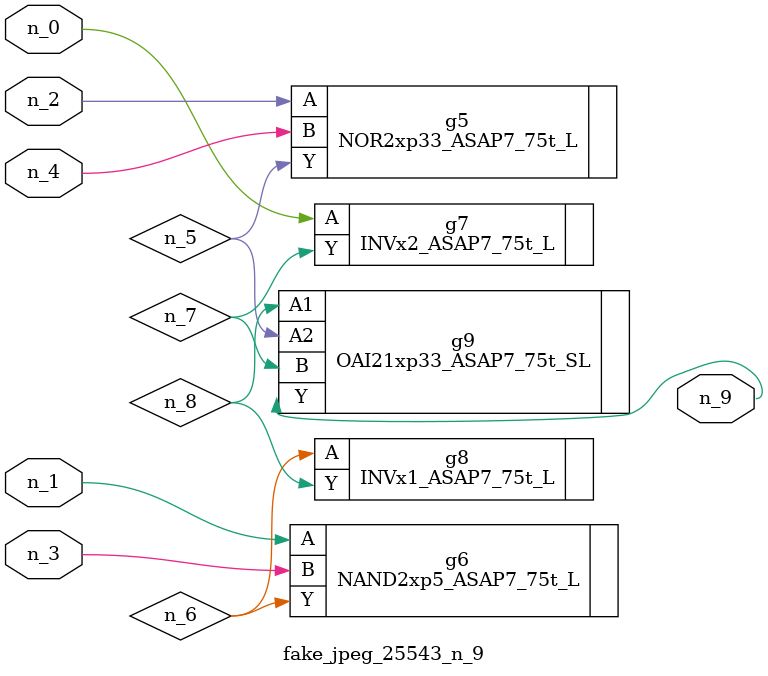
<source format=v>
module fake_jpeg_25543_n_9 (n_3, n_2, n_1, n_0, n_4, n_9);

input n_3;
input n_2;
input n_1;
input n_0;
input n_4;

output n_9;

wire n_8;
wire n_6;
wire n_5;
wire n_7;

NOR2xp33_ASAP7_75t_L g5 ( 
.A(n_2),
.B(n_4),
.Y(n_5)
);

NAND2xp5_ASAP7_75t_L g6 ( 
.A(n_1),
.B(n_3),
.Y(n_6)
);

INVx2_ASAP7_75t_L g7 ( 
.A(n_0),
.Y(n_7)
);

INVx1_ASAP7_75t_L g8 ( 
.A(n_6),
.Y(n_8)
);

OAI21xp33_ASAP7_75t_SL g9 ( 
.A1(n_8),
.A2(n_5),
.B(n_7),
.Y(n_9)
);


endmodule
</source>
